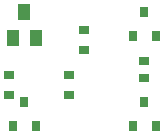
<source format=gbr>
G04 EAGLE Gerber RS-274X export*
G75*
%MOMM*%
%FSLAX34Y34*%
%LPD*%
%INSolderpaste Top*%
%IPPOS*%
%AMOC8*
5,1,8,0,0,1.08239X$1,22.5*%
G01*
%ADD10R,0.939800X0.660400*%
%ADD11R,0.939800X0.762000*%
%ADD12R,0.800000X0.900000*%
%ADD13R,1.000000X1.400000*%


D10*
X129540Y64008D03*
X129540Y78232D03*
D11*
X66040Y66802D03*
X66040Y50038D03*
X15240Y50038D03*
X15240Y66802D03*
X78740Y104902D03*
X78740Y88138D03*
D12*
X120040Y23020D03*
X139040Y23020D03*
X129540Y44020D03*
X120040Y99220D03*
X139040Y99220D03*
X129540Y120220D03*
X18440Y23020D03*
X37440Y23020D03*
X27940Y44020D03*
D13*
X27940Y120220D03*
X37440Y98220D03*
X18440Y98220D03*
M02*

</source>
